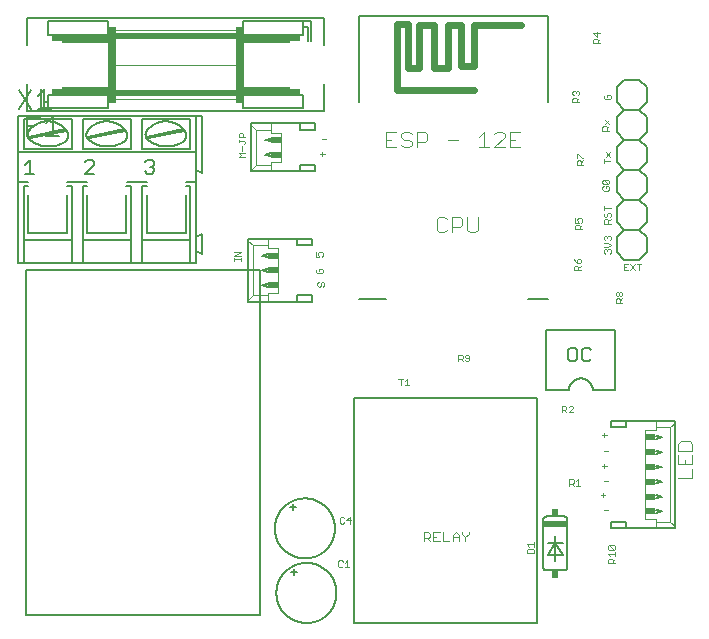
<source format=gto>
G75*
%MOIN*%
%OFA0B0*%
%FSLAX25Y25*%
%IPPOS*%
%LPD*%
%AMOC8*
5,1,8,0,0,1.08239X$1,22.5*
%
%ADD10C,0.00200*%
%ADD11C,0.00600*%
%ADD12C,0.00500*%
%ADD13C,0.00400*%
%ADD14C,0.02400*%
%ADD15C,0.00800*%
%ADD16R,0.03445X0.01969*%
%ADD17C,0.00700*%
%ADD18R,0.02500X0.04500*%
%ADD19R,0.02500X0.16000*%
%ADD20R,0.40000X0.02000*%
%ADD21R,0.15500X0.00500*%
%ADD22R,0.19000X0.02000*%
%ADD23R,0.08000X0.02000*%
%ADD24R,0.02000X0.02500*%
D10*
X0110233Y0020967D02*
X0110600Y0020600D01*
X0111334Y0020600D01*
X0111701Y0020967D01*
X0112443Y0020600D02*
X0113911Y0020600D01*
X0113177Y0020600D02*
X0113177Y0022802D01*
X0112443Y0022068D01*
X0111701Y0022435D02*
X0111334Y0022802D01*
X0110600Y0022802D01*
X0110233Y0022435D01*
X0110233Y0020967D01*
X0111100Y0035100D02*
X0111834Y0035100D01*
X0112201Y0035467D01*
X0112943Y0036201D02*
X0114411Y0036201D01*
X0114044Y0037302D02*
X0112943Y0036201D01*
X0112201Y0036935D02*
X0111834Y0037302D01*
X0111100Y0037302D01*
X0110733Y0036935D01*
X0110733Y0035467D01*
X0111100Y0035100D01*
X0114044Y0035100D02*
X0114044Y0037302D01*
X0131048Y0081200D02*
X0131048Y0083402D01*
X0131781Y0083402D02*
X0130314Y0083402D01*
X0132523Y0082668D02*
X0133257Y0083402D01*
X0133257Y0081200D01*
X0132523Y0081200D02*
X0133991Y0081200D01*
X0150314Y0089200D02*
X0150314Y0091402D01*
X0151414Y0091402D01*
X0151781Y0091035D01*
X0151781Y0090301D01*
X0151414Y0089934D01*
X0150314Y0089934D01*
X0151048Y0089934D02*
X0151781Y0089200D01*
X0152523Y0089567D02*
X0152890Y0089200D01*
X0153624Y0089200D01*
X0153991Y0089567D01*
X0153991Y0091035D01*
X0153624Y0091402D01*
X0152890Y0091402D01*
X0152523Y0091035D01*
X0152523Y0090668D01*
X0152890Y0090301D01*
X0153991Y0090301D01*
X0184814Y0074402D02*
X0184814Y0072200D01*
X0184814Y0072934D02*
X0185914Y0072934D01*
X0186281Y0073301D01*
X0186281Y0074035D01*
X0185914Y0074402D01*
X0184814Y0074402D01*
X0185548Y0072934D02*
X0186281Y0072200D01*
X0187023Y0072200D02*
X0188491Y0073668D01*
X0188491Y0074035D01*
X0188124Y0074402D01*
X0187390Y0074402D01*
X0187023Y0074035D01*
X0187023Y0072200D02*
X0188491Y0072200D01*
X0198233Y0064701D02*
X0199701Y0064701D01*
X0198967Y0065435D02*
X0198967Y0063967D01*
X0198733Y0059201D02*
X0200201Y0059201D01*
X0198967Y0054935D02*
X0198967Y0053467D01*
X0198233Y0054201D02*
X0199701Y0054201D01*
X0200201Y0049201D02*
X0198733Y0049201D01*
X0198467Y0045435D02*
X0198467Y0043967D01*
X0197733Y0044701D02*
X0199201Y0044701D01*
X0198733Y0039701D02*
X0200201Y0039701D01*
X0190991Y0047700D02*
X0189523Y0047700D01*
X0190257Y0047700D02*
X0190257Y0049902D01*
X0189523Y0049168D01*
X0188781Y0049535D02*
X0188781Y0048801D01*
X0188414Y0048434D01*
X0187314Y0048434D01*
X0188048Y0048434D02*
X0188781Y0047700D01*
X0187314Y0047700D02*
X0187314Y0049902D01*
X0188414Y0049902D01*
X0188781Y0049535D01*
X0175433Y0028858D02*
X0175433Y0027390D01*
X0175433Y0028124D02*
X0173231Y0028124D01*
X0173965Y0027390D01*
X0173598Y0026648D02*
X0173231Y0026281D01*
X0173231Y0025180D01*
X0175433Y0025180D01*
X0175433Y0026281D01*
X0175066Y0026648D01*
X0173598Y0026648D01*
X0200231Y0026757D02*
X0200231Y0027491D01*
X0200598Y0027858D01*
X0202066Y0026390D01*
X0202433Y0026757D01*
X0202433Y0027491D01*
X0202066Y0027858D01*
X0200598Y0027858D01*
X0200231Y0026757D02*
X0200598Y0026390D01*
X0202066Y0026390D01*
X0202433Y0025648D02*
X0202433Y0024180D01*
X0202433Y0024914D02*
X0200231Y0024914D01*
X0200965Y0024180D01*
X0200598Y0023438D02*
X0201332Y0023438D01*
X0201699Y0023071D01*
X0201699Y0021970D01*
X0201699Y0022704D02*
X0202433Y0023438D01*
X0202433Y0021970D02*
X0200231Y0021970D01*
X0200231Y0023071D01*
X0200598Y0023438D01*
X0212594Y0036736D02*
X0216039Y0036736D01*
X0216039Y0035752D01*
X0220960Y0035752D01*
X0222436Y0034276D01*
X0220960Y0035752D02*
X0220960Y0067248D01*
X0222436Y0068724D01*
X0220960Y0067248D02*
X0216039Y0067248D01*
X0216039Y0066264D01*
X0212594Y0066264D01*
X0212594Y0036736D01*
X0216039Y0035752D02*
X0216039Y0033783D01*
X0216039Y0067248D02*
X0216039Y0069217D01*
X0204933Y0108680D02*
X0202731Y0108680D01*
X0202731Y0109781D01*
X0203098Y0110148D01*
X0203832Y0110148D01*
X0204199Y0109781D01*
X0204199Y0108680D01*
X0204199Y0109414D02*
X0204933Y0110148D01*
X0204566Y0110890D02*
X0204199Y0110890D01*
X0203832Y0111257D01*
X0203832Y0111991D01*
X0204199Y0112358D01*
X0204566Y0112358D01*
X0204933Y0111991D01*
X0204933Y0111257D01*
X0204566Y0110890D01*
X0203832Y0111257D02*
X0203465Y0110890D01*
X0203098Y0110890D01*
X0202731Y0111257D01*
X0202731Y0111991D01*
X0203098Y0112358D01*
X0203465Y0112358D01*
X0203832Y0111991D01*
X0205404Y0119500D02*
X0206872Y0119500D01*
X0207614Y0119500D02*
X0209081Y0121702D01*
X0209823Y0121702D02*
X0211291Y0121702D01*
X0210557Y0121702D02*
X0210557Y0119500D01*
X0209081Y0119500D02*
X0207614Y0121702D01*
X0206872Y0121702D02*
X0205404Y0121702D01*
X0205404Y0119500D01*
X0205404Y0120601D02*
X0206138Y0120601D01*
X0201033Y0125467D02*
X0200666Y0125100D01*
X0201033Y0125467D02*
X0201033Y0126201D01*
X0200666Y0126568D01*
X0200299Y0126568D01*
X0199932Y0126201D01*
X0199932Y0125834D01*
X0199932Y0126201D02*
X0199565Y0126568D01*
X0199198Y0126568D01*
X0198831Y0126201D01*
X0198831Y0125467D01*
X0199198Y0125100D01*
X0198831Y0127310D02*
X0200299Y0127310D01*
X0201033Y0128044D01*
X0200299Y0128778D01*
X0198831Y0128778D01*
X0199198Y0129520D02*
X0198831Y0129887D01*
X0198831Y0130621D01*
X0199198Y0130988D01*
X0199565Y0130988D01*
X0199932Y0130621D01*
X0200299Y0130988D01*
X0200666Y0130988D01*
X0201033Y0130621D01*
X0201033Y0129887D01*
X0200666Y0129520D01*
X0199932Y0130254D02*
X0199932Y0130621D01*
X0200299Y0135100D02*
X0200299Y0136201D01*
X0199932Y0136568D01*
X0199198Y0136568D01*
X0198831Y0136201D01*
X0198831Y0135100D01*
X0201033Y0135100D01*
X0200299Y0135834D02*
X0201033Y0136568D01*
X0200666Y0137310D02*
X0201033Y0137677D01*
X0201033Y0138411D01*
X0200666Y0138778D01*
X0200299Y0138778D01*
X0199932Y0138411D01*
X0199932Y0137677D01*
X0199565Y0137310D01*
X0199198Y0137310D01*
X0198831Y0137677D01*
X0198831Y0138411D01*
X0199198Y0138778D01*
X0198831Y0139520D02*
X0198831Y0140988D01*
X0198831Y0140254D02*
X0201033Y0140254D01*
X0200166Y0146100D02*
X0198698Y0146100D01*
X0198331Y0146467D01*
X0198331Y0147201D01*
X0198698Y0147568D01*
X0199432Y0147568D02*
X0199432Y0146834D01*
X0199432Y0147568D02*
X0200166Y0147568D01*
X0200533Y0147201D01*
X0200533Y0146467D01*
X0200166Y0146100D01*
X0200166Y0148310D02*
X0198698Y0148310D01*
X0198331Y0148677D01*
X0198331Y0149411D01*
X0198698Y0149778D01*
X0200166Y0148310D01*
X0200533Y0148677D01*
X0200533Y0149411D01*
X0200166Y0149778D01*
X0198698Y0149778D01*
X0198731Y0155180D02*
X0198731Y0156648D01*
X0198731Y0155914D02*
X0200933Y0155914D01*
X0200933Y0157390D02*
X0199465Y0158858D01*
X0199465Y0157390D02*
X0200933Y0158858D01*
X0200533Y0166100D02*
X0198331Y0166100D01*
X0198331Y0167201D01*
X0198698Y0167568D01*
X0199432Y0167568D01*
X0199799Y0167201D01*
X0199799Y0166100D01*
X0199799Y0166834D02*
X0200533Y0167568D01*
X0200533Y0168310D02*
X0199065Y0169778D01*
X0199065Y0168310D02*
X0200533Y0169778D01*
X0200666Y0176600D02*
X0201033Y0176967D01*
X0201033Y0177701D01*
X0200666Y0178068D01*
X0199932Y0178068D01*
X0199932Y0177334D01*
X0199198Y0178068D02*
X0198831Y0177701D01*
X0198831Y0176967D01*
X0199198Y0176600D01*
X0200666Y0176600D01*
X0190533Y0177068D02*
X0189799Y0176334D01*
X0189799Y0176701D02*
X0189799Y0175600D01*
X0190533Y0175600D02*
X0188331Y0175600D01*
X0188331Y0176701D01*
X0188698Y0177068D01*
X0189432Y0177068D01*
X0189799Y0176701D01*
X0190166Y0177810D02*
X0190533Y0178177D01*
X0190533Y0178911D01*
X0190166Y0179278D01*
X0189799Y0179278D01*
X0189432Y0178911D01*
X0189432Y0178544D01*
X0189432Y0178911D02*
X0189065Y0179278D01*
X0188698Y0179278D01*
X0188331Y0178911D01*
X0188331Y0178177D01*
X0188698Y0177810D01*
X0195231Y0195180D02*
X0195231Y0196281D01*
X0195598Y0196648D01*
X0196332Y0196648D01*
X0196699Y0196281D01*
X0196699Y0195180D01*
X0196699Y0195914D02*
X0197433Y0196648D01*
X0196332Y0197390D02*
X0196332Y0198858D01*
X0195231Y0198491D02*
X0196332Y0197390D01*
X0197433Y0198491D02*
X0195231Y0198491D01*
X0195231Y0195180D02*
X0197433Y0195180D01*
X0190098Y0158358D02*
X0191566Y0156890D01*
X0191933Y0156890D01*
X0191933Y0156148D02*
X0191199Y0155414D01*
X0191199Y0155781D02*
X0191199Y0154680D01*
X0191933Y0154680D02*
X0189731Y0154680D01*
X0189731Y0155781D01*
X0190098Y0156148D01*
X0190832Y0156148D01*
X0191199Y0155781D01*
X0189731Y0156890D02*
X0189731Y0158358D01*
X0190098Y0158358D01*
X0190332Y0136858D02*
X0191066Y0136858D01*
X0191433Y0136491D01*
X0191433Y0135757D01*
X0191066Y0135390D01*
X0190332Y0135390D02*
X0189965Y0136124D01*
X0189965Y0136491D01*
X0190332Y0136858D01*
X0189231Y0136858D02*
X0189231Y0135390D01*
X0190332Y0135390D01*
X0190332Y0134648D02*
X0190699Y0134281D01*
X0190699Y0133180D01*
X0190699Y0133914D02*
X0191433Y0134648D01*
X0190332Y0134648D02*
X0189598Y0134648D01*
X0189231Y0134281D01*
X0189231Y0133180D01*
X0191433Y0133180D01*
X0190666Y0123278D02*
X0190299Y0123278D01*
X0189932Y0122911D01*
X0189932Y0121810D01*
X0190666Y0121810D01*
X0191033Y0122177D01*
X0191033Y0122911D01*
X0190666Y0123278D01*
X0189198Y0122544D02*
X0189932Y0121810D01*
X0189932Y0121068D02*
X0190299Y0120701D01*
X0190299Y0119600D01*
X0190299Y0120334D02*
X0191033Y0121068D01*
X0189932Y0121068D02*
X0189198Y0121068D01*
X0188831Y0120701D01*
X0188831Y0119600D01*
X0191033Y0119600D01*
X0189198Y0122544D02*
X0188831Y0123278D01*
X0105533Y0115201D02*
X0105533Y0114467D01*
X0105166Y0114100D01*
X0104432Y0114467D02*
X0104065Y0114100D01*
X0103698Y0114100D01*
X0103331Y0114467D01*
X0103331Y0115201D01*
X0103698Y0115568D01*
X0104432Y0115201D02*
X0104799Y0115568D01*
X0105166Y0115568D01*
X0105533Y0115201D01*
X0104432Y0115201D02*
X0104432Y0114467D01*
X0104666Y0118600D02*
X0103198Y0118600D01*
X0102831Y0118967D01*
X0102831Y0119701D01*
X0103198Y0120068D01*
X0103932Y0120068D02*
X0103932Y0119334D01*
X0103932Y0120068D02*
X0104666Y0120068D01*
X0105033Y0119701D01*
X0105033Y0118967D01*
X0104666Y0118600D01*
X0104666Y0124100D02*
X0105033Y0124467D01*
X0105033Y0125201D01*
X0104666Y0125568D01*
X0103932Y0125568D01*
X0103565Y0125201D01*
X0103565Y0124834D01*
X0103932Y0124100D01*
X0102831Y0124100D01*
X0102831Y0125568D01*
X0090173Y0126882D02*
X0086728Y0126882D01*
X0086728Y0127866D01*
X0081807Y0127866D01*
X0080330Y0129343D01*
X0081807Y0127866D02*
X0081807Y0111134D01*
X0080330Y0109657D01*
X0081807Y0111134D02*
X0086728Y0111134D01*
X0086728Y0112118D01*
X0090173Y0112118D01*
X0090173Y0126882D01*
X0086728Y0127866D02*
X0086728Y0129835D01*
X0077746Y0125699D02*
X0075544Y0125699D01*
X0075544Y0124231D02*
X0077746Y0125699D01*
X0077746Y0124231D02*
X0075544Y0124231D01*
X0075544Y0123491D02*
X0075544Y0122757D01*
X0075544Y0123124D02*
X0077746Y0123124D01*
X0077746Y0122757D02*
X0077746Y0123491D01*
X0086728Y0111134D02*
X0086728Y0109165D01*
X0087728Y0152626D02*
X0087728Y0154594D01*
X0082807Y0154594D01*
X0081330Y0153118D01*
X0082807Y0154594D02*
X0082807Y0166406D01*
X0081330Y0167882D01*
X0082807Y0166406D02*
X0087728Y0166406D01*
X0087728Y0168374D01*
X0087728Y0166406D02*
X0087728Y0165421D01*
X0091173Y0165421D01*
X0091173Y0155579D01*
X0087728Y0155579D01*
X0087728Y0154594D01*
X0079246Y0157218D02*
X0077044Y0157218D01*
X0077778Y0157952D01*
X0077044Y0158686D01*
X0079246Y0158686D01*
X0078145Y0159428D02*
X0078145Y0160896D01*
X0078879Y0161638D02*
X0079246Y0162005D01*
X0079246Y0162372D01*
X0078879Y0162739D01*
X0077044Y0162739D01*
X0077044Y0162372D02*
X0077044Y0163106D01*
X0077044Y0163848D02*
X0077044Y0164949D01*
X0077411Y0165316D01*
X0078145Y0165316D01*
X0078512Y0164949D01*
X0078512Y0163848D01*
X0079246Y0163848D02*
X0077044Y0163848D01*
X0076133Y0176500D02*
X0036133Y0176500D01*
X0035633Y0188000D02*
X0076633Y0188000D01*
X0076133Y0199500D02*
X0036133Y0199500D01*
X0104733Y0163201D02*
X0106201Y0163201D01*
X0104967Y0158935D02*
X0104967Y0157467D01*
X0104233Y0158201D02*
X0105701Y0158201D01*
D11*
X0105633Y0172500D02*
X0105633Y0181500D01*
X0098633Y0178000D02*
X0078633Y0178000D01*
X0078633Y0173500D01*
X0098633Y0173500D01*
X0098633Y0178000D01*
X0105633Y0172500D02*
X0006633Y0172500D01*
X0006633Y0181500D01*
X0011133Y0180000D02*
X0011133Y0173500D01*
X0013633Y0173500D01*
X0033633Y0173500D01*
X0033633Y0178000D01*
X0013633Y0178000D01*
X0013633Y0175500D01*
X0012133Y0175500D01*
X0012133Y0180000D01*
X0013633Y0175500D02*
X0013633Y0173500D01*
X0007734Y0162900D02*
X0007918Y0162756D01*
X0008107Y0162616D01*
X0008298Y0162481D01*
X0008493Y0162351D01*
X0008691Y0162225D01*
X0008892Y0162105D01*
X0009096Y0161989D01*
X0009303Y0161878D01*
X0009512Y0161773D01*
X0009724Y0161672D01*
X0009938Y0161577D01*
X0010155Y0161487D01*
X0010374Y0161402D01*
X0010594Y0161323D01*
X0010817Y0161249D01*
X0011041Y0161180D01*
X0011267Y0161117D01*
X0011494Y0161060D01*
X0011723Y0161008D01*
X0011953Y0160962D01*
X0012184Y0160921D01*
X0012415Y0160886D01*
X0012648Y0160857D01*
X0012881Y0160833D01*
X0013115Y0160815D01*
X0013349Y0160803D01*
X0013584Y0160796D01*
X0013818Y0160795D01*
X0014052Y0160800D01*
X0014287Y0160811D01*
X0014521Y0160827D01*
X0014754Y0160849D01*
X0014987Y0160877D01*
X0015219Y0160910D01*
X0015450Y0160950D01*
X0015680Y0160994D01*
X0015909Y0161045D01*
X0016137Y0161100D01*
X0016363Y0161162D01*
X0016588Y0161229D01*
X0016811Y0161301D01*
X0017032Y0161379D01*
X0017251Y0161462D01*
X0017468Y0161551D01*
X0017683Y0161645D01*
X0017896Y0161744D01*
X0018106Y0161848D01*
X0018313Y0161957D01*
X0018518Y0162071D01*
X0018720Y0162191D01*
X0018919Y0162315D01*
X0019115Y0162444D01*
X0019307Y0162577D01*
X0019497Y0162716D01*
X0019313Y0162583D02*
X0019388Y0162652D01*
X0019460Y0162723D01*
X0019529Y0162797D01*
X0019595Y0162873D01*
X0019659Y0162952D01*
X0019719Y0163033D01*
X0019777Y0163116D01*
X0019831Y0163202D01*
X0019882Y0163289D01*
X0019930Y0163378D01*
X0019974Y0163470D01*
X0020015Y0163562D01*
X0020052Y0163656D01*
X0020086Y0163752D01*
X0020116Y0163848D01*
X0020142Y0163946D01*
X0020165Y0164045D01*
X0020184Y0164144D01*
X0020199Y0164244D01*
X0020211Y0164345D01*
X0020219Y0164446D01*
X0020222Y0164547D01*
X0020223Y0164648D01*
X0020219Y0164749D01*
X0020211Y0164850D01*
X0020200Y0164951D01*
X0020185Y0165051D01*
X0020166Y0165150D01*
X0020144Y0165249D01*
X0020117Y0165347D01*
X0020087Y0165444D01*
X0020054Y0165539D01*
X0020017Y0165633D01*
X0019976Y0165726D01*
X0019932Y0165817D01*
X0019884Y0165906D01*
X0019834Y0165994D01*
X0019780Y0166080D01*
X0019722Y0166163D01*
X0019662Y0166244D01*
X0019599Y0166323D01*
X0019532Y0166400D01*
X0019133Y0166500D02*
X0007133Y0164000D01*
X0007633Y0163500D02*
X0019633Y0166000D01*
X0021433Y0170000D02*
X0005433Y0170000D01*
X0005433Y0160000D01*
X0021433Y0160000D01*
X0021433Y0170000D01*
X0025133Y0170000D02*
X0041133Y0170000D01*
X0041133Y0160000D01*
X0025133Y0160000D01*
X0025133Y0170000D01*
X0026933Y0166400D02*
X0026868Y0166328D01*
X0026807Y0166254D01*
X0026748Y0166177D01*
X0026693Y0166098D01*
X0026641Y0166017D01*
X0026592Y0165933D01*
X0026547Y0165848D01*
X0026505Y0165761D01*
X0026467Y0165672D01*
X0026433Y0165582D01*
X0026403Y0165490D01*
X0026376Y0165398D01*
X0026353Y0165304D01*
X0026334Y0165209D01*
X0026319Y0165114D01*
X0026308Y0165018D01*
X0026301Y0164922D01*
X0026298Y0164825D01*
X0026299Y0164729D01*
X0026304Y0164632D01*
X0026313Y0164536D01*
X0026326Y0164441D01*
X0026342Y0164345D01*
X0026363Y0164251D01*
X0026388Y0164158D01*
X0026416Y0164066D01*
X0026448Y0163975D01*
X0026484Y0163885D01*
X0026524Y0163797D01*
X0026567Y0163711D01*
X0026614Y0163626D01*
X0026664Y0163544D01*
X0026718Y0163464D01*
X0026774Y0163386D01*
X0026834Y0163310D01*
X0026897Y0163237D01*
X0026963Y0163167D01*
X0027032Y0163099D01*
X0027104Y0163034D01*
X0027178Y0162973D01*
X0027255Y0162914D01*
X0027334Y0162859D01*
X0027415Y0162807D01*
X0027499Y0162758D01*
X0027233Y0163500D02*
X0039233Y0166000D01*
X0038733Y0166500D02*
X0026733Y0164000D01*
X0026734Y0166200D02*
X0026859Y0166351D01*
X0026988Y0166500D01*
X0027121Y0166645D01*
X0027257Y0166786D01*
X0027397Y0166925D01*
X0027539Y0167060D01*
X0027686Y0167191D01*
X0027835Y0167319D01*
X0027987Y0167443D01*
X0028142Y0167564D01*
X0028300Y0167680D01*
X0028461Y0167793D01*
X0028625Y0167902D01*
X0028791Y0168007D01*
X0028960Y0168108D01*
X0029131Y0168205D01*
X0029304Y0168297D01*
X0029480Y0168385D01*
X0029658Y0168469D01*
X0029837Y0168549D01*
X0030019Y0168624D01*
X0030202Y0168695D01*
X0030387Y0168762D01*
X0030574Y0168824D01*
X0030762Y0168881D01*
X0030951Y0168934D01*
X0031141Y0168982D01*
X0031333Y0169026D01*
X0031526Y0169064D01*
X0031719Y0169099D01*
X0031914Y0169128D01*
X0032109Y0169153D01*
X0032304Y0169173D01*
X0032500Y0169188D01*
X0032696Y0169199D01*
X0032893Y0169205D01*
X0033089Y0169206D01*
X0033286Y0169202D01*
X0033482Y0169194D01*
X0033678Y0169180D01*
X0033874Y0169162D01*
X0034069Y0169140D01*
X0034264Y0169112D01*
X0034458Y0169080D01*
X0034651Y0169043D01*
X0034843Y0169002D01*
X0035034Y0168955D01*
X0035224Y0168905D01*
X0035412Y0168849D01*
X0035599Y0168789D01*
X0035785Y0168725D01*
X0035969Y0168656D01*
X0036151Y0168583D01*
X0036332Y0168505D01*
X0036510Y0168423D01*
X0036687Y0168336D01*
X0036861Y0168246D01*
X0037033Y0168151D01*
X0037203Y0168052D01*
X0037370Y0167949D01*
X0037535Y0167841D01*
X0037697Y0167730D01*
X0037857Y0167615D01*
X0038013Y0167496D01*
X0038167Y0167374D01*
X0038317Y0167248D01*
X0038465Y0167118D01*
X0038609Y0166984D01*
X0038750Y0166847D01*
X0038888Y0166707D01*
X0039022Y0166563D01*
X0039153Y0166417D01*
X0039132Y0166400D02*
X0039199Y0166323D01*
X0039262Y0166244D01*
X0039322Y0166163D01*
X0039380Y0166080D01*
X0039434Y0165994D01*
X0039484Y0165906D01*
X0039532Y0165817D01*
X0039576Y0165726D01*
X0039617Y0165633D01*
X0039654Y0165539D01*
X0039687Y0165444D01*
X0039717Y0165347D01*
X0039744Y0165249D01*
X0039766Y0165150D01*
X0039785Y0165051D01*
X0039800Y0164951D01*
X0039811Y0164850D01*
X0039819Y0164749D01*
X0039823Y0164648D01*
X0039822Y0164547D01*
X0039819Y0164446D01*
X0039811Y0164345D01*
X0039799Y0164244D01*
X0039784Y0164144D01*
X0039765Y0164045D01*
X0039742Y0163946D01*
X0039716Y0163848D01*
X0039686Y0163752D01*
X0039652Y0163656D01*
X0039615Y0163562D01*
X0039574Y0163470D01*
X0039530Y0163378D01*
X0039482Y0163289D01*
X0039431Y0163202D01*
X0039377Y0163116D01*
X0039319Y0163033D01*
X0039259Y0162952D01*
X0039195Y0162873D01*
X0039129Y0162797D01*
X0039060Y0162723D01*
X0038988Y0162652D01*
X0038913Y0162583D01*
X0044833Y0160000D02*
X0044833Y0170000D01*
X0060833Y0170000D01*
X0060833Y0160000D01*
X0044833Y0160000D01*
X0046933Y0163500D02*
X0058933Y0166000D01*
X0058433Y0166500D02*
X0046433Y0164000D01*
X0047199Y0162758D02*
X0047115Y0162807D01*
X0047034Y0162859D01*
X0046955Y0162914D01*
X0046878Y0162973D01*
X0046804Y0163034D01*
X0046732Y0163099D01*
X0046663Y0163167D01*
X0046597Y0163237D01*
X0046534Y0163310D01*
X0046474Y0163386D01*
X0046418Y0163464D01*
X0046364Y0163544D01*
X0046314Y0163626D01*
X0046267Y0163711D01*
X0046224Y0163797D01*
X0046184Y0163885D01*
X0046148Y0163975D01*
X0046116Y0164066D01*
X0046088Y0164158D01*
X0046063Y0164251D01*
X0046042Y0164345D01*
X0046026Y0164441D01*
X0046013Y0164536D01*
X0046004Y0164632D01*
X0045999Y0164729D01*
X0045998Y0164825D01*
X0046001Y0164922D01*
X0046008Y0165018D01*
X0046019Y0165114D01*
X0046034Y0165209D01*
X0046053Y0165304D01*
X0046076Y0165398D01*
X0046103Y0165490D01*
X0046133Y0165582D01*
X0046167Y0165672D01*
X0046205Y0165761D01*
X0046247Y0165848D01*
X0046292Y0165933D01*
X0046341Y0166017D01*
X0046393Y0166098D01*
X0046448Y0166177D01*
X0046507Y0166254D01*
X0046568Y0166328D01*
X0046633Y0166400D01*
X0047033Y0162900D02*
X0047218Y0162756D01*
X0047406Y0162616D01*
X0047598Y0162481D01*
X0047793Y0162351D01*
X0047991Y0162225D01*
X0048192Y0162104D01*
X0048396Y0161989D01*
X0048602Y0161878D01*
X0048812Y0161772D01*
X0049023Y0161672D01*
X0049238Y0161577D01*
X0049454Y0161487D01*
X0049673Y0161402D01*
X0049893Y0161323D01*
X0050116Y0161249D01*
X0050340Y0161180D01*
X0050566Y0161117D01*
X0050793Y0161060D01*
X0051022Y0161008D01*
X0051252Y0160962D01*
X0051483Y0160921D01*
X0051715Y0160886D01*
X0051947Y0160857D01*
X0052181Y0160833D01*
X0052414Y0160815D01*
X0052649Y0160803D01*
X0052883Y0160796D01*
X0053117Y0160795D01*
X0053352Y0160800D01*
X0053586Y0160811D01*
X0053820Y0160827D01*
X0054053Y0160849D01*
X0054286Y0160877D01*
X0054518Y0160911D01*
X0054749Y0160950D01*
X0054980Y0160994D01*
X0055209Y0161045D01*
X0055436Y0161101D01*
X0055663Y0161162D01*
X0055887Y0161229D01*
X0056110Y0161301D01*
X0056332Y0161379D01*
X0056551Y0161462D01*
X0056768Y0161551D01*
X0056983Y0161645D01*
X0057195Y0161744D01*
X0057405Y0161848D01*
X0057613Y0161957D01*
X0057817Y0162071D01*
X0058019Y0162191D01*
X0058218Y0162315D01*
X0058414Y0162444D01*
X0058607Y0162578D01*
X0058796Y0162716D01*
X0058613Y0162583D02*
X0058688Y0162652D01*
X0058760Y0162723D01*
X0058829Y0162797D01*
X0058895Y0162873D01*
X0058959Y0162952D01*
X0059019Y0163033D01*
X0059077Y0163116D01*
X0059131Y0163202D01*
X0059182Y0163289D01*
X0059230Y0163378D01*
X0059274Y0163470D01*
X0059315Y0163562D01*
X0059352Y0163656D01*
X0059386Y0163752D01*
X0059416Y0163848D01*
X0059442Y0163946D01*
X0059465Y0164045D01*
X0059484Y0164144D01*
X0059499Y0164244D01*
X0059511Y0164345D01*
X0059519Y0164446D01*
X0059522Y0164547D01*
X0059523Y0164648D01*
X0059519Y0164749D01*
X0059511Y0164850D01*
X0059500Y0164951D01*
X0059485Y0165051D01*
X0059466Y0165150D01*
X0059444Y0165249D01*
X0059417Y0165347D01*
X0059387Y0165444D01*
X0059354Y0165539D01*
X0059317Y0165633D01*
X0059276Y0165726D01*
X0059232Y0165817D01*
X0059184Y0165906D01*
X0059134Y0165994D01*
X0059080Y0166080D01*
X0059022Y0166163D01*
X0058962Y0166244D01*
X0058899Y0166323D01*
X0058832Y0166400D01*
X0062833Y0171000D02*
X0064833Y0171000D01*
X0064833Y0152000D01*
X0062833Y0153000D01*
X0062833Y0159000D01*
X0003433Y0159000D01*
X0003433Y0171000D01*
X0062833Y0171000D01*
X0062833Y0159000D01*
X0062833Y0153000D02*
X0062833Y0149000D01*
X0059333Y0149000D01*
X0059333Y0147500D02*
X0060833Y0147500D01*
X0060833Y0129500D01*
X0044833Y0129500D01*
X0044833Y0147500D01*
X0046433Y0147500D01*
X0046333Y0149000D02*
X0039733Y0149000D01*
X0039633Y0147500D02*
X0041133Y0147500D01*
X0041133Y0129500D01*
X0041133Y0122000D01*
X0044833Y0122000D01*
X0060833Y0122000D01*
X0060833Y0129500D01*
X0062833Y0130500D02*
X0062833Y0149000D01*
X0059333Y0144500D02*
X0059333Y0132000D01*
X0046333Y0132000D01*
X0046333Y0144500D01*
X0039633Y0144500D02*
X0039633Y0132000D01*
X0026633Y0132000D01*
X0026633Y0144500D01*
X0026633Y0147500D02*
X0025133Y0147500D01*
X0025133Y0129500D01*
X0041133Y0129500D01*
X0044833Y0129500D02*
X0044833Y0122000D01*
X0041133Y0122000D02*
X0025133Y0122000D01*
X0021433Y0122000D01*
X0005433Y0122000D01*
X0005433Y0129500D01*
X0021433Y0129500D01*
X0021433Y0147500D01*
X0019933Y0147500D01*
X0019933Y0149000D02*
X0026633Y0149000D01*
X0019933Y0144500D02*
X0019933Y0132000D01*
X0006933Y0132000D01*
X0006933Y0144500D01*
X0006933Y0147500D02*
X0005433Y0147500D01*
X0005433Y0129500D01*
X0005433Y0122000D02*
X0003433Y0122000D01*
X0003433Y0149000D01*
X0006933Y0149000D01*
X0003433Y0149000D02*
X0003433Y0159000D01*
X0007899Y0162758D02*
X0007815Y0162807D01*
X0007734Y0162859D01*
X0007655Y0162914D01*
X0007578Y0162973D01*
X0007504Y0163034D01*
X0007432Y0163099D01*
X0007363Y0163167D01*
X0007297Y0163237D01*
X0007234Y0163310D01*
X0007174Y0163386D01*
X0007118Y0163464D01*
X0007064Y0163544D01*
X0007014Y0163626D01*
X0006967Y0163711D01*
X0006924Y0163797D01*
X0006884Y0163885D01*
X0006848Y0163975D01*
X0006816Y0164066D01*
X0006788Y0164158D01*
X0006763Y0164251D01*
X0006742Y0164345D01*
X0006726Y0164441D01*
X0006713Y0164536D01*
X0006704Y0164632D01*
X0006699Y0164729D01*
X0006698Y0164825D01*
X0006701Y0164922D01*
X0006708Y0165018D01*
X0006719Y0165114D01*
X0006734Y0165209D01*
X0006753Y0165304D01*
X0006776Y0165398D01*
X0006803Y0165490D01*
X0006833Y0165582D01*
X0006867Y0165672D01*
X0006905Y0165761D01*
X0006947Y0165848D01*
X0006992Y0165933D01*
X0007041Y0166017D01*
X0007093Y0166098D01*
X0007148Y0166177D01*
X0007207Y0166254D01*
X0007268Y0166328D01*
X0007333Y0166400D01*
X0007134Y0166200D02*
X0007259Y0166351D01*
X0007388Y0166500D01*
X0007521Y0166645D01*
X0007657Y0166786D01*
X0007797Y0166925D01*
X0007939Y0167060D01*
X0008086Y0167191D01*
X0008235Y0167319D01*
X0008387Y0167443D01*
X0008542Y0167564D01*
X0008700Y0167680D01*
X0008861Y0167793D01*
X0009025Y0167902D01*
X0009191Y0168007D01*
X0009360Y0168108D01*
X0009531Y0168205D01*
X0009704Y0168297D01*
X0009880Y0168385D01*
X0010058Y0168469D01*
X0010237Y0168549D01*
X0010419Y0168624D01*
X0010602Y0168695D01*
X0010787Y0168762D01*
X0010974Y0168824D01*
X0011162Y0168881D01*
X0011351Y0168934D01*
X0011541Y0168982D01*
X0011733Y0169026D01*
X0011926Y0169064D01*
X0012119Y0169099D01*
X0012314Y0169128D01*
X0012509Y0169153D01*
X0012704Y0169173D01*
X0012900Y0169188D01*
X0013096Y0169199D01*
X0013293Y0169205D01*
X0013489Y0169206D01*
X0013686Y0169202D01*
X0013882Y0169194D01*
X0014078Y0169180D01*
X0014274Y0169162D01*
X0014469Y0169140D01*
X0014664Y0169112D01*
X0014858Y0169080D01*
X0015051Y0169043D01*
X0015243Y0169002D01*
X0015434Y0168955D01*
X0015624Y0168905D01*
X0015812Y0168849D01*
X0015999Y0168789D01*
X0016185Y0168725D01*
X0016369Y0168656D01*
X0016551Y0168583D01*
X0016732Y0168505D01*
X0016910Y0168423D01*
X0017087Y0168336D01*
X0017261Y0168246D01*
X0017433Y0168151D01*
X0017603Y0168052D01*
X0017770Y0167949D01*
X0017935Y0167841D01*
X0018097Y0167730D01*
X0018257Y0167615D01*
X0018413Y0167496D01*
X0018567Y0167374D01*
X0018717Y0167248D01*
X0018865Y0167118D01*
X0019009Y0166984D01*
X0019150Y0166847D01*
X0019288Y0166707D01*
X0019422Y0166563D01*
X0019553Y0166417D01*
X0027333Y0162900D02*
X0027518Y0162756D01*
X0027706Y0162616D01*
X0027898Y0162481D01*
X0028093Y0162351D01*
X0028291Y0162225D01*
X0028492Y0162104D01*
X0028696Y0161989D01*
X0028902Y0161878D01*
X0029112Y0161772D01*
X0029323Y0161672D01*
X0029538Y0161577D01*
X0029754Y0161487D01*
X0029973Y0161402D01*
X0030193Y0161323D01*
X0030416Y0161249D01*
X0030640Y0161180D01*
X0030866Y0161117D01*
X0031093Y0161060D01*
X0031322Y0161008D01*
X0031552Y0160962D01*
X0031783Y0160921D01*
X0032015Y0160886D01*
X0032247Y0160857D01*
X0032481Y0160833D01*
X0032714Y0160815D01*
X0032949Y0160803D01*
X0033183Y0160796D01*
X0033417Y0160795D01*
X0033652Y0160800D01*
X0033886Y0160811D01*
X0034120Y0160827D01*
X0034353Y0160849D01*
X0034586Y0160877D01*
X0034818Y0160911D01*
X0035049Y0160950D01*
X0035280Y0160994D01*
X0035509Y0161045D01*
X0035736Y0161101D01*
X0035963Y0161162D01*
X0036187Y0161229D01*
X0036410Y0161301D01*
X0036632Y0161379D01*
X0036851Y0161462D01*
X0037068Y0161551D01*
X0037283Y0161645D01*
X0037495Y0161744D01*
X0037705Y0161848D01*
X0037913Y0161957D01*
X0038117Y0162071D01*
X0038319Y0162191D01*
X0038518Y0162315D01*
X0038714Y0162444D01*
X0038907Y0162578D01*
X0039096Y0162716D01*
X0046434Y0166200D02*
X0046559Y0166351D01*
X0046688Y0166499D01*
X0046821Y0166644D01*
X0046957Y0166786D01*
X0047097Y0166924D01*
X0047239Y0167059D01*
X0047386Y0167191D01*
X0047535Y0167318D01*
X0047687Y0167443D01*
X0047842Y0167563D01*
X0048000Y0167680D01*
X0048161Y0167793D01*
X0048325Y0167901D01*
X0048491Y0168006D01*
X0048660Y0168107D01*
X0048831Y0168204D01*
X0049004Y0168296D01*
X0049180Y0168385D01*
X0049358Y0168469D01*
X0049537Y0168548D01*
X0049719Y0168624D01*
X0049902Y0168694D01*
X0050087Y0168761D01*
X0050273Y0168823D01*
X0050461Y0168880D01*
X0050651Y0168933D01*
X0050841Y0168981D01*
X0051033Y0169025D01*
X0051225Y0169064D01*
X0051419Y0169098D01*
X0051613Y0169127D01*
X0051808Y0169152D01*
X0052004Y0169172D01*
X0052200Y0169187D01*
X0052396Y0169198D01*
X0052592Y0169204D01*
X0052789Y0169205D01*
X0052985Y0169201D01*
X0053182Y0169193D01*
X0053378Y0169179D01*
X0053573Y0169161D01*
X0053768Y0169139D01*
X0053963Y0169111D01*
X0054157Y0169079D01*
X0054350Y0169042D01*
X0054542Y0169001D01*
X0054733Y0168954D01*
X0054923Y0168904D01*
X0055111Y0168848D01*
X0055299Y0168788D01*
X0055484Y0168724D01*
X0055668Y0168655D01*
X0055850Y0168581D01*
X0056031Y0168504D01*
X0056209Y0168422D01*
X0056386Y0168335D01*
X0056560Y0168244D01*
X0056732Y0168150D01*
X0056902Y0168051D01*
X0057069Y0167947D01*
X0057234Y0167840D01*
X0057396Y0167729D01*
X0057556Y0167614D01*
X0057712Y0167495D01*
X0057866Y0167373D01*
X0058016Y0167246D01*
X0058164Y0167117D01*
X0058308Y0166983D01*
X0058449Y0166846D01*
X0058587Y0166706D01*
X0058721Y0166562D01*
X0058851Y0166416D01*
X0078633Y0198000D02*
X0078633Y0202500D01*
X0098633Y0202500D01*
X0101133Y0202500D01*
X0101133Y0196000D01*
X0100133Y0196000D02*
X0100133Y0200500D01*
X0098633Y0200500D01*
X0098633Y0198000D01*
X0078633Y0198000D01*
X0098633Y0200500D02*
X0098633Y0202500D01*
X0105633Y0203500D02*
X0105633Y0194500D01*
X0105633Y0203500D02*
X0006633Y0203500D01*
X0006633Y0194500D01*
X0013633Y0198000D02*
X0033633Y0198000D01*
X0033633Y0202500D01*
X0013633Y0202500D01*
X0013633Y0198000D01*
X0062833Y0130500D02*
X0064833Y0131500D01*
X0064833Y0125000D01*
X0062833Y0126000D01*
X0062833Y0130500D01*
X0062833Y0126000D02*
X0062833Y0122000D01*
X0060833Y0122000D01*
X0025133Y0122000D02*
X0025133Y0129500D01*
X0021433Y0129500D02*
X0021433Y0122000D01*
X0095133Y0041500D02*
X0095133Y0039500D01*
X0094133Y0040500D02*
X0096133Y0040500D01*
X0089133Y0033500D02*
X0089136Y0033745D01*
X0089145Y0033991D01*
X0089160Y0034236D01*
X0089181Y0034480D01*
X0089208Y0034724D01*
X0089241Y0034967D01*
X0089280Y0035210D01*
X0089325Y0035451D01*
X0089376Y0035691D01*
X0089433Y0035930D01*
X0089495Y0036167D01*
X0089564Y0036403D01*
X0089638Y0036637D01*
X0089718Y0036869D01*
X0089803Y0037099D01*
X0089894Y0037327D01*
X0089991Y0037552D01*
X0090093Y0037776D01*
X0090201Y0037996D01*
X0090314Y0038214D01*
X0090432Y0038429D01*
X0090556Y0038641D01*
X0090684Y0038850D01*
X0090818Y0039056D01*
X0090957Y0039258D01*
X0091101Y0039457D01*
X0091250Y0039652D01*
X0091403Y0039844D01*
X0091561Y0040032D01*
X0091723Y0040216D01*
X0091891Y0040395D01*
X0092062Y0040571D01*
X0092238Y0040742D01*
X0092417Y0040910D01*
X0092601Y0041072D01*
X0092789Y0041230D01*
X0092981Y0041383D01*
X0093176Y0041532D01*
X0093375Y0041676D01*
X0093577Y0041815D01*
X0093783Y0041949D01*
X0093992Y0042077D01*
X0094204Y0042201D01*
X0094419Y0042319D01*
X0094637Y0042432D01*
X0094857Y0042540D01*
X0095081Y0042642D01*
X0095306Y0042739D01*
X0095534Y0042830D01*
X0095764Y0042915D01*
X0095996Y0042995D01*
X0096230Y0043069D01*
X0096466Y0043138D01*
X0096703Y0043200D01*
X0096942Y0043257D01*
X0097182Y0043308D01*
X0097423Y0043353D01*
X0097666Y0043392D01*
X0097909Y0043425D01*
X0098153Y0043452D01*
X0098397Y0043473D01*
X0098642Y0043488D01*
X0098888Y0043497D01*
X0099133Y0043500D01*
X0099378Y0043497D01*
X0099624Y0043488D01*
X0099869Y0043473D01*
X0100113Y0043452D01*
X0100357Y0043425D01*
X0100600Y0043392D01*
X0100843Y0043353D01*
X0101084Y0043308D01*
X0101324Y0043257D01*
X0101563Y0043200D01*
X0101800Y0043138D01*
X0102036Y0043069D01*
X0102270Y0042995D01*
X0102502Y0042915D01*
X0102732Y0042830D01*
X0102960Y0042739D01*
X0103185Y0042642D01*
X0103409Y0042540D01*
X0103629Y0042432D01*
X0103847Y0042319D01*
X0104062Y0042201D01*
X0104274Y0042077D01*
X0104483Y0041949D01*
X0104689Y0041815D01*
X0104891Y0041676D01*
X0105090Y0041532D01*
X0105285Y0041383D01*
X0105477Y0041230D01*
X0105665Y0041072D01*
X0105849Y0040910D01*
X0106028Y0040742D01*
X0106204Y0040571D01*
X0106375Y0040395D01*
X0106543Y0040216D01*
X0106705Y0040032D01*
X0106863Y0039844D01*
X0107016Y0039652D01*
X0107165Y0039457D01*
X0107309Y0039258D01*
X0107448Y0039056D01*
X0107582Y0038850D01*
X0107710Y0038641D01*
X0107834Y0038429D01*
X0107952Y0038214D01*
X0108065Y0037996D01*
X0108173Y0037776D01*
X0108275Y0037552D01*
X0108372Y0037327D01*
X0108463Y0037099D01*
X0108548Y0036869D01*
X0108628Y0036637D01*
X0108702Y0036403D01*
X0108771Y0036167D01*
X0108833Y0035930D01*
X0108890Y0035691D01*
X0108941Y0035451D01*
X0108986Y0035210D01*
X0109025Y0034967D01*
X0109058Y0034724D01*
X0109085Y0034480D01*
X0109106Y0034236D01*
X0109121Y0033991D01*
X0109130Y0033745D01*
X0109133Y0033500D01*
X0109130Y0033255D01*
X0109121Y0033009D01*
X0109106Y0032764D01*
X0109085Y0032520D01*
X0109058Y0032276D01*
X0109025Y0032033D01*
X0108986Y0031790D01*
X0108941Y0031549D01*
X0108890Y0031309D01*
X0108833Y0031070D01*
X0108771Y0030833D01*
X0108702Y0030597D01*
X0108628Y0030363D01*
X0108548Y0030131D01*
X0108463Y0029901D01*
X0108372Y0029673D01*
X0108275Y0029448D01*
X0108173Y0029224D01*
X0108065Y0029004D01*
X0107952Y0028786D01*
X0107834Y0028571D01*
X0107710Y0028359D01*
X0107582Y0028150D01*
X0107448Y0027944D01*
X0107309Y0027742D01*
X0107165Y0027543D01*
X0107016Y0027348D01*
X0106863Y0027156D01*
X0106705Y0026968D01*
X0106543Y0026784D01*
X0106375Y0026605D01*
X0106204Y0026429D01*
X0106028Y0026258D01*
X0105849Y0026090D01*
X0105665Y0025928D01*
X0105477Y0025770D01*
X0105285Y0025617D01*
X0105090Y0025468D01*
X0104891Y0025324D01*
X0104689Y0025185D01*
X0104483Y0025051D01*
X0104274Y0024923D01*
X0104062Y0024799D01*
X0103847Y0024681D01*
X0103629Y0024568D01*
X0103409Y0024460D01*
X0103185Y0024358D01*
X0102960Y0024261D01*
X0102732Y0024170D01*
X0102502Y0024085D01*
X0102270Y0024005D01*
X0102036Y0023931D01*
X0101800Y0023862D01*
X0101563Y0023800D01*
X0101324Y0023743D01*
X0101084Y0023692D01*
X0100843Y0023647D01*
X0100600Y0023608D01*
X0100357Y0023575D01*
X0100113Y0023548D01*
X0099869Y0023527D01*
X0099624Y0023512D01*
X0099378Y0023503D01*
X0099133Y0023500D01*
X0098888Y0023503D01*
X0098642Y0023512D01*
X0098397Y0023527D01*
X0098153Y0023548D01*
X0097909Y0023575D01*
X0097666Y0023608D01*
X0097423Y0023647D01*
X0097182Y0023692D01*
X0096942Y0023743D01*
X0096703Y0023800D01*
X0096466Y0023862D01*
X0096230Y0023931D01*
X0095996Y0024005D01*
X0095764Y0024085D01*
X0095534Y0024170D01*
X0095306Y0024261D01*
X0095081Y0024358D01*
X0094857Y0024460D01*
X0094637Y0024568D01*
X0094419Y0024681D01*
X0094204Y0024799D01*
X0093992Y0024923D01*
X0093783Y0025051D01*
X0093577Y0025185D01*
X0093375Y0025324D01*
X0093176Y0025468D01*
X0092981Y0025617D01*
X0092789Y0025770D01*
X0092601Y0025928D01*
X0092417Y0026090D01*
X0092238Y0026258D01*
X0092062Y0026429D01*
X0091891Y0026605D01*
X0091723Y0026784D01*
X0091561Y0026968D01*
X0091403Y0027156D01*
X0091250Y0027348D01*
X0091101Y0027543D01*
X0090957Y0027742D01*
X0090818Y0027944D01*
X0090684Y0028150D01*
X0090556Y0028359D01*
X0090432Y0028571D01*
X0090314Y0028786D01*
X0090201Y0029004D01*
X0090093Y0029224D01*
X0089991Y0029448D01*
X0089894Y0029673D01*
X0089803Y0029901D01*
X0089718Y0030131D01*
X0089638Y0030363D01*
X0089564Y0030597D01*
X0089495Y0030833D01*
X0089433Y0031070D01*
X0089376Y0031309D01*
X0089325Y0031549D01*
X0089280Y0031790D01*
X0089241Y0032033D01*
X0089208Y0032276D01*
X0089181Y0032520D01*
X0089160Y0032764D01*
X0089145Y0033009D01*
X0089136Y0033255D01*
X0089133Y0033500D01*
X0095633Y0020000D02*
X0095633Y0018000D01*
X0094633Y0019000D02*
X0096633Y0019000D01*
X0089633Y0012000D02*
X0089636Y0012245D01*
X0089645Y0012491D01*
X0089660Y0012736D01*
X0089681Y0012980D01*
X0089708Y0013224D01*
X0089741Y0013467D01*
X0089780Y0013710D01*
X0089825Y0013951D01*
X0089876Y0014191D01*
X0089933Y0014430D01*
X0089995Y0014667D01*
X0090064Y0014903D01*
X0090138Y0015137D01*
X0090218Y0015369D01*
X0090303Y0015599D01*
X0090394Y0015827D01*
X0090491Y0016052D01*
X0090593Y0016276D01*
X0090701Y0016496D01*
X0090814Y0016714D01*
X0090932Y0016929D01*
X0091056Y0017141D01*
X0091184Y0017350D01*
X0091318Y0017556D01*
X0091457Y0017758D01*
X0091601Y0017957D01*
X0091750Y0018152D01*
X0091903Y0018344D01*
X0092061Y0018532D01*
X0092223Y0018716D01*
X0092391Y0018895D01*
X0092562Y0019071D01*
X0092738Y0019242D01*
X0092917Y0019410D01*
X0093101Y0019572D01*
X0093289Y0019730D01*
X0093481Y0019883D01*
X0093676Y0020032D01*
X0093875Y0020176D01*
X0094077Y0020315D01*
X0094283Y0020449D01*
X0094492Y0020577D01*
X0094704Y0020701D01*
X0094919Y0020819D01*
X0095137Y0020932D01*
X0095357Y0021040D01*
X0095581Y0021142D01*
X0095806Y0021239D01*
X0096034Y0021330D01*
X0096264Y0021415D01*
X0096496Y0021495D01*
X0096730Y0021569D01*
X0096966Y0021638D01*
X0097203Y0021700D01*
X0097442Y0021757D01*
X0097682Y0021808D01*
X0097923Y0021853D01*
X0098166Y0021892D01*
X0098409Y0021925D01*
X0098653Y0021952D01*
X0098897Y0021973D01*
X0099142Y0021988D01*
X0099388Y0021997D01*
X0099633Y0022000D01*
X0099878Y0021997D01*
X0100124Y0021988D01*
X0100369Y0021973D01*
X0100613Y0021952D01*
X0100857Y0021925D01*
X0101100Y0021892D01*
X0101343Y0021853D01*
X0101584Y0021808D01*
X0101824Y0021757D01*
X0102063Y0021700D01*
X0102300Y0021638D01*
X0102536Y0021569D01*
X0102770Y0021495D01*
X0103002Y0021415D01*
X0103232Y0021330D01*
X0103460Y0021239D01*
X0103685Y0021142D01*
X0103909Y0021040D01*
X0104129Y0020932D01*
X0104347Y0020819D01*
X0104562Y0020701D01*
X0104774Y0020577D01*
X0104983Y0020449D01*
X0105189Y0020315D01*
X0105391Y0020176D01*
X0105590Y0020032D01*
X0105785Y0019883D01*
X0105977Y0019730D01*
X0106165Y0019572D01*
X0106349Y0019410D01*
X0106528Y0019242D01*
X0106704Y0019071D01*
X0106875Y0018895D01*
X0107043Y0018716D01*
X0107205Y0018532D01*
X0107363Y0018344D01*
X0107516Y0018152D01*
X0107665Y0017957D01*
X0107809Y0017758D01*
X0107948Y0017556D01*
X0108082Y0017350D01*
X0108210Y0017141D01*
X0108334Y0016929D01*
X0108452Y0016714D01*
X0108565Y0016496D01*
X0108673Y0016276D01*
X0108775Y0016052D01*
X0108872Y0015827D01*
X0108963Y0015599D01*
X0109048Y0015369D01*
X0109128Y0015137D01*
X0109202Y0014903D01*
X0109271Y0014667D01*
X0109333Y0014430D01*
X0109390Y0014191D01*
X0109441Y0013951D01*
X0109486Y0013710D01*
X0109525Y0013467D01*
X0109558Y0013224D01*
X0109585Y0012980D01*
X0109606Y0012736D01*
X0109621Y0012491D01*
X0109630Y0012245D01*
X0109633Y0012000D01*
X0109630Y0011755D01*
X0109621Y0011509D01*
X0109606Y0011264D01*
X0109585Y0011020D01*
X0109558Y0010776D01*
X0109525Y0010533D01*
X0109486Y0010290D01*
X0109441Y0010049D01*
X0109390Y0009809D01*
X0109333Y0009570D01*
X0109271Y0009333D01*
X0109202Y0009097D01*
X0109128Y0008863D01*
X0109048Y0008631D01*
X0108963Y0008401D01*
X0108872Y0008173D01*
X0108775Y0007948D01*
X0108673Y0007724D01*
X0108565Y0007504D01*
X0108452Y0007286D01*
X0108334Y0007071D01*
X0108210Y0006859D01*
X0108082Y0006650D01*
X0107948Y0006444D01*
X0107809Y0006242D01*
X0107665Y0006043D01*
X0107516Y0005848D01*
X0107363Y0005656D01*
X0107205Y0005468D01*
X0107043Y0005284D01*
X0106875Y0005105D01*
X0106704Y0004929D01*
X0106528Y0004758D01*
X0106349Y0004590D01*
X0106165Y0004428D01*
X0105977Y0004270D01*
X0105785Y0004117D01*
X0105590Y0003968D01*
X0105391Y0003824D01*
X0105189Y0003685D01*
X0104983Y0003551D01*
X0104774Y0003423D01*
X0104562Y0003299D01*
X0104347Y0003181D01*
X0104129Y0003068D01*
X0103909Y0002960D01*
X0103685Y0002858D01*
X0103460Y0002761D01*
X0103232Y0002670D01*
X0103002Y0002585D01*
X0102770Y0002505D01*
X0102536Y0002431D01*
X0102300Y0002362D01*
X0102063Y0002300D01*
X0101824Y0002243D01*
X0101584Y0002192D01*
X0101343Y0002147D01*
X0101100Y0002108D01*
X0100857Y0002075D01*
X0100613Y0002048D01*
X0100369Y0002027D01*
X0100124Y0002012D01*
X0099878Y0002003D01*
X0099633Y0002000D01*
X0099388Y0002003D01*
X0099142Y0002012D01*
X0098897Y0002027D01*
X0098653Y0002048D01*
X0098409Y0002075D01*
X0098166Y0002108D01*
X0097923Y0002147D01*
X0097682Y0002192D01*
X0097442Y0002243D01*
X0097203Y0002300D01*
X0096966Y0002362D01*
X0096730Y0002431D01*
X0096496Y0002505D01*
X0096264Y0002585D01*
X0096034Y0002670D01*
X0095806Y0002761D01*
X0095581Y0002858D01*
X0095357Y0002960D01*
X0095137Y0003068D01*
X0094919Y0003181D01*
X0094704Y0003299D01*
X0094492Y0003423D01*
X0094283Y0003551D01*
X0094077Y0003685D01*
X0093875Y0003824D01*
X0093676Y0003968D01*
X0093481Y0004117D01*
X0093289Y0004270D01*
X0093101Y0004428D01*
X0092917Y0004590D01*
X0092738Y0004758D01*
X0092562Y0004929D01*
X0092391Y0005105D01*
X0092223Y0005284D01*
X0092061Y0005468D01*
X0091903Y0005656D01*
X0091750Y0005848D01*
X0091601Y0006043D01*
X0091457Y0006242D01*
X0091318Y0006444D01*
X0091184Y0006650D01*
X0091056Y0006859D01*
X0090932Y0007071D01*
X0090814Y0007286D01*
X0090701Y0007504D01*
X0090593Y0007724D01*
X0090491Y0007948D01*
X0090394Y0008173D01*
X0090303Y0008401D01*
X0090218Y0008631D01*
X0090138Y0008863D01*
X0090064Y0009097D01*
X0089995Y0009333D01*
X0089933Y0009570D01*
X0089876Y0009809D01*
X0089825Y0010049D01*
X0089780Y0010290D01*
X0089741Y0010533D01*
X0089708Y0010776D01*
X0089681Y0011020D01*
X0089660Y0011264D01*
X0089645Y0011509D01*
X0089636Y0011755D01*
X0089633Y0012000D01*
X0178633Y0020500D02*
X0178633Y0036500D01*
X0178635Y0036560D01*
X0178640Y0036621D01*
X0178649Y0036680D01*
X0178662Y0036739D01*
X0178678Y0036798D01*
X0178698Y0036855D01*
X0178721Y0036910D01*
X0178748Y0036965D01*
X0178777Y0037017D01*
X0178810Y0037068D01*
X0178846Y0037117D01*
X0178884Y0037163D01*
X0178926Y0037207D01*
X0178970Y0037249D01*
X0179016Y0037287D01*
X0179065Y0037323D01*
X0179116Y0037356D01*
X0179168Y0037385D01*
X0179223Y0037412D01*
X0179278Y0037435D01*
X0179335Y0037455D01*
X0179394Y0037471D01*
X0179453Y0037484D01*
X0179512Y0037493D01*
X0179573Y0037498D01*
X0179633Y0037500D01*
X0185633Y0037500D01*
X0185693Y0037498D01*
X0185754Y0037493D01*
X0185813Y0037484D01*
X0185872Y0037471D01*
X0185931Y0037455D01*
X0185988Y0037435D01*
X0186043Y0037412D01*
X0186098Y0037385D01*
X0186150Y0037356D01*
X0186201Y0037323D01*
X0186250Y0037287D01*
X0186296Y0037249D01*
X0186340Y0037207D01*
X0186382Y0037163D01*
X0186420Y0037117D01*
X0186456Y0037068D01*
X0186489Y0037017D01*
X0186518Y0036965D01*
X0186545Y0036910D01*
X0186568Y0036855D01*
X0186588Y0036798D01*
X0186604Y0036739D01*
X0186617Y0036680D01*
X0186626Y0036621D01*
X0186631Y0036560D01*
X0186633Y0036500D01*
X0186633Y0020500D01*
X0186631Y0020440D01*
X0186626Y0020379D01*
X0186617Y0020320D01*
X0186604Y0020261D01*
X0186588Y0020202D01*
X0186568Y0020145D01*
X0186545Y0020090D01*
X0186518Y0020035D01*
X0186489Y0019983D01*
X0186456Y0019932D01*
X0186420Y0019883D01*
X0186382Y0019837D01*
X0186340Y0019793D01*
X0186296Y0019751D01*
X0186250Y0019713D01*
X0186201Y0019677D01*
X0186150Y0019644D01*
X0186098Y0019615D01*
X0186043Y0019588D01*
X0185988Y0019565D01*
X0185931Y0019545D01*
X0185872Y0019529D01*
X0185813Y0019516D01*
X0185754Y0019507D01*
X0185693Y0019502D01*
X0185633Y0019500D01*
X0179633Y0019500D01*
X0179573Y0019502D01*
X0179512Y0019507D01*
X0179453Y0019516D01*
X0179394Y0019529D01*
X0179335Y0019545D01*
X0179278Y0019565D01*
X0179223Y0019588D01*
X0179168Y0019615D01*
X0179116Y0019644D01*
X0179065Y0019677D01*
X0179016Y0019713D01*
X0178970Y0019751D01*
X0178926Y0019793D01*
X0178884Y0019837D01*
X0178846Y0019883D01*
X0178810Y0019932D01*
X0178777Y0019983D01*
X0178748Y0020035D01*
X0178721Y0020090D01*
X0178698Y0020145D01*
X0178678Y0020202D01*
X0178662Y0020261D01*
X0178649Y0020320D01*
X0178640Y0020379D01*
X0178635Y0020440D01*
X0178633Y0020500D01*
X0180133Y0024500D02*
X0182633Y0028500D01*
X0180133Y0028500D01*
X0182633Y0028500D02*
X0185133Y0028500D01*
X0182633Y0028500D02*
X0182633Y0031000D01*
X0182633Y0028500D02*
X0185133Y0024500D01*
X0180133Y0024500D01*
X0182633Y0022500D02*
X0182633Y0028500D01*
X0179633Y0079500D02*
X0187133Y0079500D01*
X0187135Y0079626D01*
X0187141Y0079751D01*
X0187151Y0079876D01*
X0187165Y0080001D01*
X0187182Y0080126D01*
X0187204Y0080250D01*
X0187229Y0080373D01*
X0187259Y0080495D01*
X0187292Y0080616D01*
X0187329Y0080736D01*
X0187369Y0080855D01*
X0187414Y0080972D01*
X0187462Y0081089D01*
X0187514Y0081203D01*
X0187569Y0081316D01*
X0187628Y0081427D01*
X0187690Y0081536D01*
X0187756Y0081643D01*
X0187825Y0081748D01*
X0187897Y0081851D01*
X0187972Y0081952D01*
X0188051Y0082050D01*
X0188133Y0082145D01*
X0188217Y0082238D01*
X0188305Y0082328D01*
X0188395Y0082416D01*
X0188488Y0082500D01*
X0188583Y0082582D01*
X0188681Y0082661D01*
X0188782Y0082736D01*
X0188885Y0082808D01*
X0188990Y0082877D01*
X0189097Y0082943D01*
X0189206Y0083005D01*
X0189317Y0083064D01*
X0189430Y0083119D01*
X0189544Y0083171D01*
X0189661Y0083219D01*
X0189778Y0083264D01*
X0189897Y0083304D01*
X0190017Y0083341D01*
X0190138Y0083374D01*
X0190260Y0083404D01*
X0190383Y0083429D01*
X0190507Y0083451D01*
X0190632Y0083468D01*
X0190757Y0083482D01*
X0190882Y0083492D01*
X0191007Y0083498D01*
X0191133Y0083500D01*
X0191259Y0083498D01*
X0191384Y0083492D01*
X0191509Y0083482D01*
X0191634Y0083468D01*
X0191759Y0083451D01*
X0191883Y0083429D01*
X0192006Y0083404D01*
X0192128Y0083374D01*
X0192249Y0083341D01*
X0192369Y0083304D01*
X0192488Y0083264D01*
X0192605Y0083219D01*
X0192722Y0083171D01*
X0192836Y0083119D01*
X0192949Y0083064D01*
X0193060Y0083005D01*
X0193169Y0082943D01*
X0193276Y0082877D01*
X0193381Y0082808D01*
X0193484Y0082736D01*
X0193585Y0082661D01*
X0193683Y0082582D01*
X0193778Y0082500D01*
X0193871Y0082416D01*
X0193961Y0082328D01*
X0194049Y0082238D01*
X0194133Y0082145D01*
X0194215Y0082050D01*
X0194294Y0081952D01*
X0194369Y0081851D01*
X0194441Y0081748D01*
X0194510Y0081643D01*
X0194576Y0081536D01*
X0194638Y0081427D01*
X0194697Y0081316D01*
X0194752Y0081203D01*
X0194804Y0081089D01*
X0194852Y0080972D01*
X0194897Y0080855D01*
X0194937Y0080736D01*
X0194974Y0080616D01*
X0195007Y0080495D01*
X0195037Y0080373D01*
X0195062Y0080250D01*
X0195084Y0080126D01*
X0195101Y0080001D01*
X0195115Y0079876D01*
X0195125Y0079751D01*
X0195131Y0079626D01*
X0195133Y0079500D01*
X0202633Y0079500D01*
X0202633Y0099500D01*
X0179633Y0099500D01*
X0179633Y0079500D01*
X0205633Y0123000D02*
X0203133Y0125500D01*
X0203133Y0130500D01*
X0205633Y0133000D01*
X0203133Y0135500D01*
X0203133Y0140500D01*
X0205633Y0143000D01*
X0210633Y0143000D01*
X0213133Y0140500D01*
X0213133Y0135500D01*
X0210633Y0133000D01*
X0213133Y0130500D01*
X0213133Y0125500D01*
X0210633Y0123000D01*
X0205633Y0123000D01*
X0205633Y0133000D02*
X0210633Y0133000D01*
X0210633Y0143000D02*
X0213133Y0145500D01*
X0213133Y0150500D01*
X0210633Y0153000D01*
X0213133Y0155500D01*
X0213133Y0160500D01*
X0210633Y0163000D01*
X0213133Y0165500D01*
X0213133Y0170500D01*
X0210633Y0173000D01*
X0213133Y0175500D01*
X0213133Y0180500D01*
X0210633Y0183000D01*
X0205633Y0183000D01*
X0203133Y0180500D01*
X0203133Y0175500D01*
X0205633Y0173000D01*
X0210633Y0173000D01*
X0205633Y0173000D02*
X0203133Y0170500D01*
X0203133Y0165500D01*
X0205633Y0163000D01*
X0210633Y0163000D01*
X0205633Y0163000D02*
X0203133Y0160500D01*
X0203133Y0155500D01*
X0205633Y0153000D01*
X0210633Y0153000D01*
X0205633Y0153000D02*
X0203133Y0150500D01*
X0203133Y0145500D01*
X0205633Y0143000D01*
D12*
X0006157Y0119480D02*
X0006157Y0004520D01*
X0084110Y0004520D01*
X0084110Y0119480D01*
X0006157Y0119480D01*
X0005883Y0151750D02*
X0008886Y0151750D01*
X0007385Y0151750D02*
X0007385Y0156254D01*
X0005883Y0154753D01*
X0025883Y0155503D02*
X0026634Y0156254D01*
X0028135Y0156254D01*
X0028886Y0155503D01*
X0028886Y0154753D01*
X0025883Y0151750D01*
X0028886Y0151750D01*
X0045883Y0152501D02*
X0046634Y0151750D01*
X0048135Y0151750D01*
X0048886Y0152501D01*
X0048886Y0153251D01*
X0048135Y0154002D01*
X0047385Y0154002D01*
X0048135Y0154002D02*
X0048886Y0154753D01*
X0048886Y0155503D01*
X0048135Y0156254D01*
X0046634Y0156254D01*
X0045883Y0155503D01*
X0117244Y0175665D02*
X0117244Y0204406D01*
X0180236Y0204406D01*
X0180236Y0175665D01*
X0180236Y0109917D02*
X0173543Y0109917D01*
X0187634Y0093754D02*
X0186883Y0093003D01*
X0186883Y0090001D01*
X0187634Y0089250D01*
X0189135Y0089250D01*
X0189886Y0090001D01*
X0189886Y0093003D01*
X0189135Y0093754D01*
X0187634Y0093754D01*
X0191487Y0093003D02*
X0191487Y0090001D01*
X0192238Y0089250D01*
X0193739Y0089250D01*
X0194490Y0090001D01*
X0194490Y0093003D02*
X0193739Y0093754D01*
X0192238Y0093754D01*
X0191487Y0093003D01*
X0176645Y0076902D02*
X0115622Y0076902D01*
X0115622Y0002098D01*
X0176645Y0002098D01*
X0176645Y0076902D01*
X0126299Y0109917D02*
X0117244Y0109917D01*
D13*
X0143018Y0133016D02*
X0143886Y0132149D01*
X0145621Y0132149D01*
X0146488Y0133016D01*
X0148175Y0132149D02*
X0148175Y0137353D01*
X0150777Y0137353D01*
X0151644Y0136486D01*
X0151644Y0134751D01*
X0150777Y0133884D01*
X0148175Y0133884D01*
X0146488Y0136486D02*
X0145621Y0137353D01*
X0143886Y0137353D01*
X0143018Y0136486D01*
X0143018Y0133016D01*
X0153331Y0133016D02*
X0154199Y0132149D01*
X0155933Y0132149D01*
X0156801Y0133016D01*
X0156801Y0137353D01*
X0153331Y0137353D02*
X0153331Y0133016D01*
X0157068Y0160511D02*
X0160538Y0160511D01*
X0162224Y0160511D02*
X0165694Y0163981D01*
X0165694Y0164848D01*
X0164827Y0165715D01*
X0163092Y0165715D01*
X0162224Y0164848D01*
X0158803Y0165715D02*
X0158803Y0160511D01*
X0157068Y0163981D02*
X0158803Y0165715D01*
X0162224Y0160511D02*
X0165694Y0160511D01*
X0167381Y0160511D02*
X0170850Y0160511D01*
X0169115Y0163113D02*
X0167381Y0163113D01*
X0167381Y0165715D02*
X0167381Y0160511D01*
X0167381Y0165715D02*
X0170850Y0165715D01*
X0150225Y0163113D02*
X0146755Y0163113D01*
X0139912Y0163113D02*
X0139045Y0162246D01*
X0136442Y0162246D01*
X0134756Y0162246D02*
X0134756Y0161378D01*
X0133888Y0160511D01*
X0132153Y0160511D01*
X0131286Y0161378D01*
X0129599Y0160511D02*
X0126130Y0160511D01*
X0126130Y0165715D01*
X0129599Y0165715D01*
X0131286Y0164848D02*
X0131286Y0163981D01*
X0132153Y0163113D01*
X0133888Y0163113D01*
X0134756Y0162246D01*
X0136442Y0160511D02*
X0136442Y0165715D01*
X0139045Y0165715D01*
X0139912Y0164848D01*
X0139912Y0163113D01*
X0134756Y0164848D02*
X0133888Y0165715D01*
X0132153Y0165715D01*
X0131286Y0164848D01*
X0127864Y0163113D02*
X0126130Y0163113D01*
X0224384Y0062468D02*
X0223617Y0061701D01*
X0223617Y0059399D01*
X0228221Y0059399D01*
X0228221Y0061701D01*
X0227453Y0062468D01*
X0224384Y0062468D01*
X0223617Y0057865D02*
X0223617Y0054795D01*
X0228221Y0054795D01*
X0228221Y0057865D01*
X0225919Y0056330D02*
X0225919Y0054795D01*
X0228221Y0053261D02*
X0228221Y0050191D01*
X0223617Y0050191D01*
X0153679Y0032303D02*
X0153679Y0031786D01*
X0152645Y0030751D01*
X0152645Y0029200D01*
X0152645Y0030751D02*
X0151611Y0031786D01*
X0151611Y0032303D01*
X0150456Y0031268D02*
X0150456Y0029200D01*
X0150456Y0030751D02*
X0148388Y0030751D01*
X0148388Y0031268D02*
X0148388Y0029200D01*
X0147233Y0029200D02*
X0145165Y0029200D01*
X0145165Y0032303D01*
X0144011Y0032303D02*
X0141942Y0032303D01*
X0141942Y0029200D01*
X0144011Y0029200D01*
X0142977Y0030751D02*
X0141942Y0030751D01*
X0140788Y0030751D02*
X0140788Y0031786D01*
X0140271Y0032303D01*
X0138720Y0032303D01*
X0138720Y0029200D01*
X0138720Y0030234D02*
X0140271Y0030234D01*
X0140788Y0030751D01*
X0139754Y0030234D02*
X0140788Y0029200D01*
X0148388Y0031268D02*
X0149422Y0032303D01*
X0150456Y0031268D01*
D14*
X0155433Y0179602D02*
X0129842Y0179602D01*
X0129842Y0181965D01*
X0129842Y0182358D02*
X0129842Y0201650D01*
X0133385Y0201650D01*
X0133385Y0187083D01*
X0137322Y0187083D01*
X0137322Y0201256D01*
X0142047Y0201256D01*
X0142047Y0187083D01*
X0146771Y0187083D01*
X0146771Y0201256D01*
X0151102Y0201256D01*
X0151102Y0187476D01*
X0155433Y0187476D01*
X0155433Y0201256D01*
X0171181Y0201256D01*
D15*
X0102492Y0168472D02*
X0081330Y0168472D01*
X0081330Y0167882D01*
X0081330Y0153118D01*
X0081330Y0152528D01*
X0102492Y0152528D01*
X0102492Y0154594D01*
X0097570Y0154594D01*
X0097570Y0152626D01*
X0087728Y0157547D02*
X0085759Y0158039D01*
X0087728Y0158531D01*
X0087728Y0162469D02*
X0085759Y0162961D01*
X0087728Y0163453D01*
X0097570Y0166406D02*
X0102492Y0166406D01*
X0102492Y0168472D01*
X0097570Y0168374D02*
X0097570Y0166406D01*
X0096570Y0129835D02*
X0096570Y0127866D01*
X0101492Y0127866D01*
X0101492Y0129933D01*
X0080330Y0129933D01*
X0080330Y0129343D01*
X0080330Y0109657D01*
X0080330Y0109067D01*
X0101492Y0109067D01*
X0101492Y0111134D01*
X0096570Y0111134D01*
X0096570Y0109165D01*
X0086728Y0114087D02*
X0084759Y0114579D01*
X0086728Y0115071D01*
X0086728Y0119008D02*
X0084759Y0119500D01*
X0086728Y0119992D01*
X0086728Y0123929D02*
X0084759Y0124421D01*
X0086728Y0124913D01*
X0201275Y0069315D02*
X0201275Y0067248D01*
X0206196Y0067248D01*
X0206196Y0069217D01*
X0201275Y0069315D02*
X0222436Y0069315D01*
X0222436Y0068724D01*
X0222436Y0034276D01*
X0222436Y0033685D01*
X0201275Y0033685D01*
X0201275Y0035752D01*
X0206196Y0035752D01*
X0206196Y0033783D01*
X0216039Y0038705D02*
X0218007Y0039197D01*
X0216039Y0039689D01*
X0216039Y0043626D02*
X0218007Y0044118D01*
X0216039Y0044610D01*
X0216039Y0048547D02*
X0218007Y0049039D01*
X0216039Y0049531D01*
X0216039Y0053469D02*
X0218007Y0053961D01*
X0216039Y0054453D01*
X0216039Y0058390D02*
X0218007Y0058882D01*
X0216039Y0059374D01*
X0216039Y0063311D02*
X0218007Y0063803D01*
X0216039Y0064295D01*
D16*
X0214316Y0063803D03*
X0214316Y0058882D03*
X0214316Y0053961D03*
X0214316Y0049039D03*
X0214316Y0044118D03*
X0214316Y0039197D03*
X0088450Y0114579D03*
X0088450Y0119500D03*
X0088450Y0124421D03*
X0089450Y0158039D03*
X0089450Y0162961D03*
D17*
X0017132Y0164350D02*
X0012929Y0164350D01*
X0015031Y0164350D02*
X0015031Y0170655D01*
X0012929Y0168554D01*
X0010687Y0170655D02*
X0006483Y0170655D01*
X0006483Y0164350D01*
X0006483Y0167503D02*
X0008585Y0167503D01*
X0007887Y0173350D02*
X0003683Y0179655D01*
X0007887Y0179655D02*
X0003683Y0173350D01*
X0010129Y0173350D02*
X0014332Y0173350D01*
X0012231Y0173350D02*
X0012231Y0179655D01*
X0010129Y0177554D01*
D18*
X0034883Y0177750D03*
X0034883Y0198250D03*
X0077383Y0198250D03*
X0077383Y0177750D03*
D19*
X0077383Y0188000D03*
X0034883Y0188000D03*
D20*
X0056133Y0178500D03*
X0056133Y0197500D03*
D21*
X0025883Y0195750D03*
X0025883Y0180250D03*
X0086383Y0180250D03*
X0086383Y0195750D03*
D22*
X0088133Y0197000D03*
X0088133Y0179000D03*
X0024133Y0179000D03*
X0024133Y0197000D03*
D23*
X0182633Y0035000D03*
D24*
X0182633Y0038750D03*
X0182633Y0018250D03*
M02*

</source>
